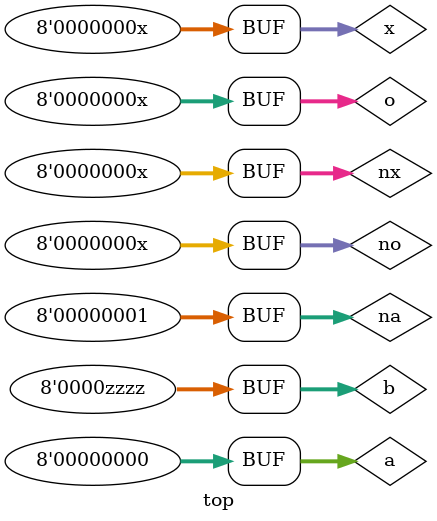
<source format=v>
module top;
  reg [7:0] a,o,x,b,no,nx,na;

  assign a = & b;
  assign o = | b;
  assign x = ^ b;

  assign na = ~& b;
  assign no = ~| b;
  assign nx = ~^ b;

  initial $monitor("%2h:  &:%2h  |:%2h  ^:%2h  ~&:%2h  ~|:%2h  ~^:%2h",b,a,o,x,na,no,nx);

  initial
    begin
	#1 b = 8'h0;
	#1 b = 8'h4;
	#1 b = 8'h7;
	#1 b = 8'hff;
	#1 b = 8'hfz;
	#1 b = 8'h8z;
	#1 b = 8'h0z;
    end

endmodule

</source>
